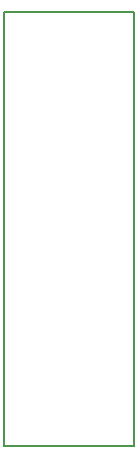
<source format=gbr>
G04 #@! TF.GenerationSoftware,KiCad,Pcbnew,(6.0.0-rc1-dev-205-gc0615c5ef)*
G04 #@! TF.CreationDate,2018-08-07T08:16:18+02:00*
G04 #@! TF.ProjectId,DIODECOVER01C,44494F4445434F5645523031432E6B69,REV*
G04 #@! TF.SameCoordinates,Original*
G04 #@! TF.FileFunction,Profile,NP*
%FSLAX46Y46*%
G04 Gerber Fmt 4.6, Leading zero omitted, Abs format (unit mm)*
G04 Created by KiCad (PCBNEW (6.0.0-rc1-dev-205-gc0615c5ef)) date 08/07/18 08:16:18*
%MOMM*%
%LPD*%
G01*
G04 APERTURE LIST*
%ADD10C,0.200000*%
G04 APERTURE END LIST*
D10*
X5334000Y39116000D02*
X16334000Y39116000D01*
X5334000Y39116000D02*
X5334000Y2370000D01*
X5334000Y2370000D02*
X16334000Y2370000D01*
X16334000Y39116000D02*
X16334000Y2370000D01*
M02*

</source>
